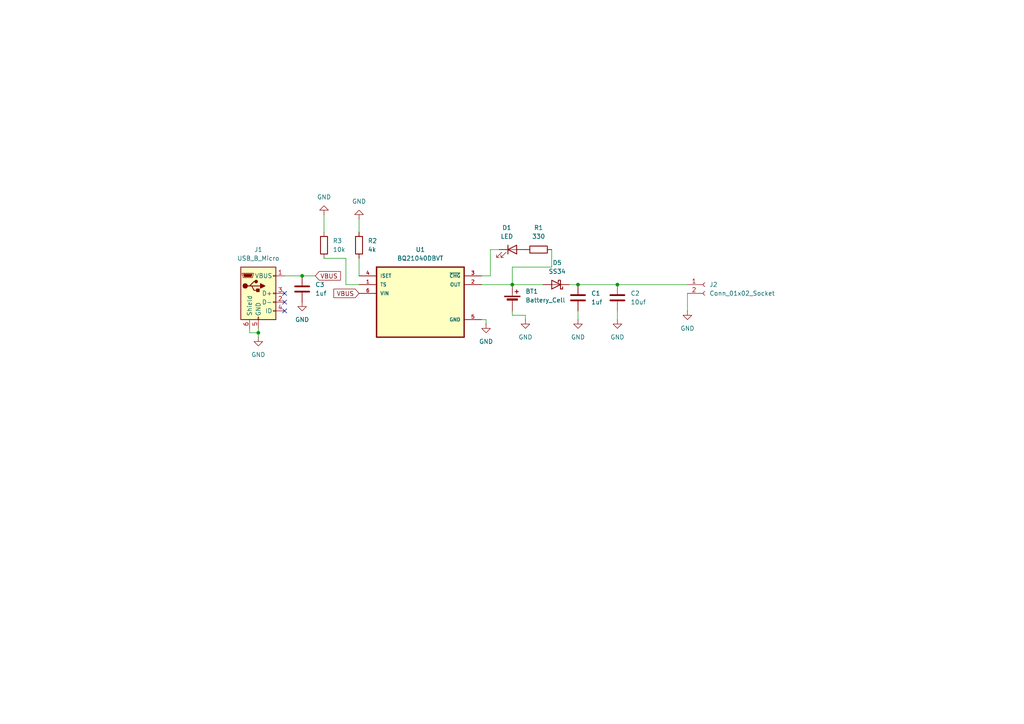
<source format=kicad_sch>
(kicad_sch (version 20250114) (generator "eeschema") (generator_version "9.0")
  (paper "A4")
  (lib_symbols
    (symbol "BQ21040DBVT:BQ21040DBVT" (pin_names (offset 1.016))
      (property "Reference" "U" (at -12.7 11.16 0))
      (property "Value" "BQ21040DBVT" (at -12.7 -14.16 0))
      (symbol "BQ21040DBVT_0_0"
        (rectangle (start -12.7 -10.16) (end 12.7 10.16) (stroke (width 0.41)) (fill (type background)))
        (pin input line (at -17.78 7.62 0) (length 5.08) (name "ISET") (number "4"))
        (pin input line (at -17.78 5.08 0) (length 5.08) (name "TS") (number "1"))
        (pin input line (at -17.78 2.54 0) (length 5.08) (name "VIN") (number "6"))
        (pin output line (at 17.78 7.62 180) (length 5.08) (name "~{CHG}") (number "3"))
        (pin output line (at 17.78 5.08 180) (length 5.08) (name "OUT") (number "2"))
        (pin power_in line (at 17.78 -5.08 180) (length 5.08) (name "GND") (number "5"))
      )
    )
    (symbol "Connector:Conn_01x02_Socket" (pin_names (offset 1.016) (hide yes))
      (property "Reference" "J" (at 0 2.54 0))
      (property "Value" "Conn_01x02_Socket" (at 0 -5.08 0))
      (symbol "Conn_01x02_Socket_1_1"
        (polyline (pts (xy -1.27 0) (xy -0.508 0)) (stroke (width 0.1524)))
        (polyline (pts (xy -1.27 -2.54) (xy -0.508 -2.54)) (stroke (width 0.1524)))
        (arc (start 0 -0.508) (mid -0.5058 0) (end 0 0.508) (stroke (width 0.1524)))
        (arc (start 0 -3.048) (mid -0.5058 -2.54) (end 0 -2.032) (stroke (width 0.1524)))
        (pin passive line (at -5.08 0 0) (length 3.81) (name "Pin_1") (number "1"))
        (pin passive line (at -5.08 -2.54 0) (length 3.81) (name "Pin_2") (number "2"))
      )
    )
    (symbol "Connector:USB_B_Micro" (pin_names (offset 1.016))
      (property "Reference" "J" (at -5.08 11.43 0))
      (property "Value" "USB_B_Micro" (at -5.08 8.89 0))
      (symbol "USB_B_Micro_0_1"
        (rectangle (start -5.08 -7.62) (end 5.08 7.62) (stroke (width 0.254)) (fill (type background)))
        (polyline (pts (xy -4.699 5.842) (xy -4.699 5.588) (xy -4.445 4.826) (xy -4.445 4.572) (xy -1.651 4.572) (xy -1.651 4.826) (xy -1.397 5.588) (xy -1.397 5.842) (xy -4.699 5.842)))
        (polyline (pts (xy -4.318 5.588) (xy -1.778 5.588) (xy -2.032 4.826) (xy -4.064 4.826) (xy -4.318 5.588)) (fill (type outline)))
        (circle (center -3.81 2.159) (radius 0.635) (stroke (width 0.254)) (fill (type outline)))
        (polyline (pts (xy -3.175 2.159) (xy -2.54 2.159) (xy -1.27 3.429) (xy -0.635 3.429)) (stroke (width 0.254)))
        (polyline (pts (xy -2.54 2.159) (xy -1.905 2.159) (xy -1.27 0.889) (xy 0 0.889)) (stroke (width 0.254)))
        (polyline (pts (xy -1.905 2.159) (xy 0.635 2.159)) (stroke (width 0.254)))
        (circle (center -0.635 3.429) (radius 0.381) (stroke (width 0.254)) (fill (type outline)))
        (rectangle (start -0.127 -7.62) (end 0.127 -6.858))
        (rectangle (start 0.254 1.27) (end -0.508 0.508) (stroke (width 0.254)) (fill (type outline)))
        (polyline (pts (xy 0.635 2.794) (xy 0.635 1.524) (xy 1.905 2.159) (xy 0.635 2.794)) (stroke (width 0.254)) (fill (type outline)))
        (rectangle (start 5.08 4.953) (end 4.318 5.207))
        (rectangle (start 5.08 -0.127) (end 4.318 0.127))
        (rectangle (start 5.08 -2.667) (end 4.318 -2.413))
        (rectangle (start 5.08 -5.207) (end 4.318 -4.953))
      )
      (symbol "USB_B_Micro_1_1"
        (pin passive line (at -2.54 -10.16 90) (length 2.54) (name "Shield") (number "6"))
        (pin power_out line (at 0 -10.16 90) (length 2.54) (name "GND") (number "5"))
        (pin power_out line (at 7.62 5.08 180) (length 2.54) (name "VBUS") (number "1"))
        (pin bidirectional line (at 7.62 0 180) (length 2.54) (name "D+") (number "3"))
        (pin bidirectional line (at 7.62 -2.54 180) (length 2.54) (name "D-") (number "2"))
        (pin passive line (at 7.62 -5.08 180) (length 2.54) (name "ID") (number "4"))
      )
    )
    (symbol "Device:Battery_Cell" (pin_numbers (hide yes)) (pin_names (offset 0) (hide yes))
      (property "Reference" "BT" (at 2.54 2.54 0))
      (property "Value" "Battery_Cell" (at 2.54 0 0))
      (symbol "Battery_Cell_0_1"
        (rectangle (start -2.286 1.778) (end 2.286 1.524) (fill (type outline)))
        (rectangle (start -1.524 1.016) (end 1.524 0.508) (fill (type outline)))
        (polyline (pts (xy 0 1.778) (xy 0 2.54)))
        (polyline (pts (xy 0 0.762) (xy 0 0)))
        (polyline (pts (xy 0.762 3.048) (xy 1.778 3.048)) (stroke (width 0.254)))
        (polyline (pts (xy 1.27 3.556) (xy 1.27 2.54)) (stroke (width 0.254)))
      )
      (symbol "Battery_Cell_1_1"
        (pin passive line (at 0 5.08 270) (length 2.54) (name "+") (number "1"))
        (pin passive line (at 0 -2.54 90) (length 2.54) (name "-") (number "2"))
      )
    )
    (symbol "Device:C" (pin_numbers (hide yes)) (pin_names (offset 0.254))
      (property "Reference" "C" (at 0.635 2.54 0))
      (property "Value" "C" (at 0.635 -2.54 0))
      (symbol "C_0_1"
        (polyline (pts (xy -2.032 0.762) (xy 2.032 0.762)) (stroke (width 0.508)))
        (polyline (pts (xy -2.032 -0.762) (xy 2.032 -0.762)) (stroke (width 0.508)))
      )
      (symbol "C_1_1"
        (pin passive line (at 0 3.81 270) (length 2.794) (name "~") (number "1"))
        (pin passive line (at 0 -3.81 90) (length 2.794) (name "~") (number "2"))
      )
    )
    (symbol "Device:LED" (pin_numbers (hide yes)) (pin_names (offset 1.016) (hide yes))
      (property "Reference" "D" (at 0 2.54 0))
      (property "Value" "LED" (at 0 -2.54 0))
      (symbol "LED_0_1"
        (polyline (pts (xy -3.048 -0.762) (xy -4.572 -2.286) (xy -3.81 -2.286) (xy -4.572 -2.286) (xy -4.572 -1.524)))
        (polyline (pts (xy -1.778 -0.762) (xy -3.302 -2.286) (xy -2.54 -2.286) (xy -3.302 -2.286) (xy -3.302 -1.524)))
        (polyline (pts (xy -1.27 0) (xy 1.27 0)))
        (polyline (pts (xy -1.27 -1.27) (xy -1.27 1.27)) (stroke (width 0.254)))
        (polyline (pts (xy 1.27 -1.27) (xy 1.27 1.27) (xy -1.27 0) (xy 1.27 -1.27)) (stroke (width 0.254)))
      )
      (symbol "LED_1_1"
        (pin passive line (at -3.81 0 0) (length 2.54) (name "K") (number "1"))
        (pin passive line (at 3.81 0 180) (length 2.54) (name "A") (number "2"))
      )
    )
    (symbol "Device:R" (pin_numbers (hide yes)) (pin_names (offset 0))
      (property "Reference" "R" (at 2.032 0 90))
      (property "Value" "R" (at 0 0 90))
      (symbol "R_0_1"
        (rectangle (start -1.016 -2.54) (end 1.016 2.54) (stroke (width 0.254)))
      )
      (symbol "R_1_1"
        (pin passive line (at 0 3.81 270) (length 1.27) (name "~") (number "1"))
        (pin passive line (at 0 -3.81 90) (length 1.27) (name "~") (number "2"))
      )
    )
    (symbol "Diode:SS34" (pin_numbers (hide yes)) (pin_names (offset 1.016) (hide yes))
      (property "Reference" "D" (at 0 2.54 0))
      (property "Value" "SS34" (at 0 -2.54 0))
      (symbol "SS34_0_1"
        (polyline (pts (xy -1.905 0.635) (xy -1.905 1.27) (xy -1.27 1.27) (xy -1.27 -1.27) (xy -0.635 -1.27) (xy -0.635 -0.635)) (stroke (width 0.254)))
        (polyline (pts (xy 1.27 1.27) (xy 1.27 -1.27) (xy -1.27 0) (xy 1.27 1.27)) (stroke (width 0.254)))
        (polyline (pts (xy 1.27 0) (xy -1.27 0)))
      )
      (symbol "SS34_1_1"
        (pin passive line (at -3.81 0 0) (length 2.54) (name "K") (number "1"))
        (pin passive line (at 3.81 0 180) (length 2.54) (name "A") (number "2"))
      )
    )
    (symbol "power:GND" (power) (pin_numbers (hide yes)) (pin_names (offset 0) (hide yes))
      (property "Value" "GND" (at 0 -3.81 0))
      (symbol "GND_0_1"
        (polyline (pts (xy 0 0) (xy 0 -1.27) (xy 1.27 -1.27) (xy 0 -2.54) (xy -1.27 -1.27) (xy 0 -1.27)))
      )
      (symbol "GND_1_1"
        (pin power_in line (at 0 0 270) (length 0) (name "~") (number "1"))
      )
    )
  )
  (junction (at 167.64 82.55))
  (junction (at 148.59 82.55))
  (junction (at 74.93 96.52))
  (junction (at 179.07 82.55))
  (junction (at 87.63 80.01))
  (no_connect (at 82.55 87.63))
  (no_connect (at 82.55 90.17))
  (no_connect (at 82.55 85.09))
  (wire (pts (xy 148.59 82.55) (xy 148.59 77.47)))
  (wire (pts (xy 160.02 77.47) (xy 160.02 72.39)))
  (wire (pts (xy 148.59 77.47) (xy 160.02 77.47)))
  (wire (pts (xy 104.14 82.55) (xy 100.33 82.55)))
  (wire (pts (xy 72.39 95.25) (xy 72.39 96.52)))
  (wire (pts (xy 139.7 82.55) (xy 148.59 82.55)))
  (wire (pts (xy 72.39 96.52) (xy 74.93 96.52)))
  (wire (pts (xy 148.59 91.44) (xy 148.59 90.17)))
  (wire (pts (xy 100.33 82.55) (xy 100.33 74.93)))
  (wire (pts (xy 148.59 82.55) (xy 157.48 82.55)))
  (wire (pts (xy 142.24 72.39) (xy 142.24 80.01)))
  (wire (pts (xy 152.4 91.44) (xy 148.59 91.44)))
  (wire (pts (xy 100.33 74.93) (xy 93.98 74.93)))
  (wire (pts (xy 142.24 80.01) (xy 139.7 80.01)))
  (wire (pts (xy 93.98 62.23) (xy 93.98 67.31)))
  (wire (pts (xy 179.07 90.17) (xy 179.07 92.71)))
  (wire (pts (xy 167.64 82.55) (xy 179.07 82.55)))
  (wire (pts (xy 165.1 82.55) (xy 167.64 82.55)))
  (wire (pts (xy 104.14 74.93) (xy 104.14 80.01)))
  (wire (pts (xy 87.63 80.01) (xy 82.55 80.01)))
  (wire (pts (xy 74.93 96.52) (xy 74.93 95.25)))
  (wire (pts (xy 91.44 80.01) (xy 87.63 80.01)))
  (wire (pts (xy 199.39 90.17) (xy 199.39 85.09)))
  (wire (pts (xy 179.07 82.55) (xy 199.39 82.55)))
  (wire (pts (xy 140.97 93.98) (xy 140.97 92.71)))
  (wire (pts (xy 140.97 92.71) (xy 139.7 92.71)))
  (wire (pts (xy 167.64 92.71) (xy 167.64 90.17)))
  (wire (pts (xy 152.4 92.71) (xy 152.4 91.44)))
  (wire (pts (xy 74.93 97.79) (xy 74.93 96.52)))
  (wire (pts (xy 104.14 63.5) (xy 104.14 67.31)))
  (wire (pts (xy 144.78 72.39) (xy 142.24 72.39)))
  (global_label "VBUS" (shape input) (at 104.14 85.09 180) (property "Intersheetrefs" "${INTERSHEET_REFS}" (effects (hide yes))))
  (global_label "VBUS" (shape input) (at 91.44 80.01 0) (property "Intersheetrefs" "${INTERSHEET_REFS}" (effects (hide yes))))
  (symbol (lib_id "Device:R") (at 156.21 72.39 90) (unit 1)
    (property "Reference" "R1" (at 156.21 66.04 90))
    (property "Value" "330" (at 156.21 68.58 90))
    (property "Footprint" "Resistor_SMD:R_0603_1608Metric" (effects (hide yes)))
    (property "Description" "Resistor" (effects (hide yes)))
  )
  (symbol (lib_id "Connector:USB_B_Micro") (at 74.93 85.09 0) (unit 1)
    (property "Reference" "J1" (at 74.93 72.39 0))
    (property "Value" "USB_B_Micro" (at 74.93 74.93 0))
    (property "Footprint" "Connector_USB:USB_Micro-B_Amphenol_10103594-0001LF_Horizontal" (effects (hide yes)))
    (property "Description" "USB Micro Type B connector" (effects (hide yes)))
  )
  (symbol (lib_id "power:GND") (at 199.39 90.17 0) (unit 1)
    (property "Reference" "#PWR07" (effects (hide yes)))
    (property "Value" "GND" (at 199.39 95.25 0))
    (property "Description" "Power symbol creates a global label with name \"GND\" , ground" (effects (hide yes)))
  )
  (symbol (lib_id "power:GND") (at 93.98 62.23 180) (unit 1)
    (property "Reference" "#PWR010" (effects (hide yes)))
    (property "Value" "GND" (at 93.98 57.15 0))
    (property "Description" "Power symbol creates a global label with name \"GND\" , ground" (effects (hide yes)))
  )
  (symbol (lib_id "BQ21040DBVT:BQ21040DBVT") (at 121.92 87.63 0) (unit 1)
    (property "Reference" "U1" (at 121.92 72.39 0))
    (property "Value" "BQ21040DBVT" (at 121.92 74.93 0))
    (property "Footprint" "BQ21040DBVT:SOT95P280X145-6N" (effects (hide yes)))
  )
  (symbol (lib_id "Device:Battery_Cell") (at 148.59 87.63 0) (unit 1)
    (property "Reference" "BT1" (at 152.4 84.5184 0) (effects (justify left)))
    (property "Value" "Battery_Cell" (at 152.4 87.0584 0) (effects (justify left)))
    (property "Footprint" "Connector_PinHeader_2.54mm:PinHeader_1x02_P2.54mm_Vertical" (effects (hide yes)))
    (property "Description" "Single-cell battery" (effects (hide yes)))
  )
  (symbol (lib_id "power:GND") (at 104.14 63.5 180) (unit 1)
    (property "Reference" "#PWR09" (effects (hide yes)))
    (property "Value" "GND" (at 104.14 58.42 0))
    (property "Description" "Power symbol creates a global label with name \"GND\" , ground" (effects (hide yes)))
  )
  (symbol (lib_id "Diode:SS34") (at 161.29 82.55 180) (unit 1)
    (property "Reference" "D5" (at 161.6075 76.2 0))
    (property "Value" "SS34" (at 161.6075 78.74 0))
    (property "Footprint" "Diode_SMD:D_SMA" (effects (hide yes)))
    (property "Datasheet" "https://www.vishay.com/docs/88751/ss32.pdf" (effects (hide yes)))
    (property "Description" "40V 3A Schottky Diode, SMA" (effects (hide yes)))
  )
  (symbol (lib_id "Device:R") (at 104.14 71.12 180) (unit 1)
    (property "Reference" "R2" (at 106.68 69.8499 0) (effects (justify right)))
    (property "Value" "4k" (at 106.68 72.3899 0) (effects (justify right)))
    (property "Footprint" "Resistor_SMD:R_0603_1608Metric" (effects (hide yes)))
    (property "Description" "Resistor" (effects (hide yes)))
  )
  (symbol (lib_id "power:GND") (at 179.07 92.71 0) (unit 1)
    (property "Reference" "#PWR06" (effects (hide yes)))
    (property "Value" "GND" (at 179.07 97.79 0))
    (property "Description" "Power symbol creates a global label with name \"GND\" , ground" (effects (hide yes)))
  )
  (symbol (lib_id "Device:C") (at 179.07 86.36 0) (unit 1)
    (property "Reference" "C2" (at 182.88 85.0899 0) (effects (justify left)))
    (property "Value" "10uf" (at 182.88 87.6299 0) (effects (justify left)))
    (property "Footprint" "Capacitor_SMD:C_0805_2012Metric" (effects (hide yes)))
    (property "Description" "Unpolarized capacitor" (effects (hide yes)))
  )
  (symbol (lib_id "power:GND") (at 167.64 92.71 0) (unit 1)
    (property "Reference" "#PWR05" (effects (hide yes)))
    (property "Value" "GND" (at 167.64 97.79 0))
    (property "Description" "Power symbol creates a global label with name \"GND\" , ground" (effects (hide yes)))
  )
  (symbol (lib_id "Device:LED") (at 148.59 72.39 0) (unit 1)
    (property "Reference" "D1" (at 147.0025 66.04 0))
    (property "Value" "LED" (at 147.0025 68.58 0))
    (property "Footprint" "Inductor_SMD:L_1206_3216Metric" (effects (hide yes)))
    (property "Description" "Light emitting diode" (effects (hide yes)))
    (property "Sim.Pins" "1=K 2=A" (effects (hide yes)))
  )
  (symbol (lib_id "Connector:Conn_01x02_Socket") (at 204.47 82.55 0) (unit 1)
    (property "Reference" "J2" (at 205.74 82.5499 0) (effects (justify left)))
    (property "Value" "Conn_01x02_Socket" (at 205.74 85.0899 0) (effects (justify left)))
    (property "Footprint" "Connector_PinHeader_2.54mm:PinHeader_1x02_P2.54mm_Vertical" (effects (hide yes)))
    (property "Description" "Generic connector, single row, 01x02, script generated" (effects (hide yes)))
  )
  (symbol (lib_id "power:GND") (at 74.93 97.79 0) (unit 1)
    (property "Reference" "#PWR02" (effects (hide yes)))
    (property "Value" "GND" (at 74.93 102.87 0))
    (property "Description" "Power symbol creates a global label with name \"GND\" , ground" (effects (hide yes)))
  )
  (symbol (lib_id "power:GND") (at 87.63 87.63 0) (unit 1)
    (property "Reference" "#PWR08" (effects (hide yes)))
    (property "Value" "GND" (at 87.63 92.71 0))
    (property "Description" "Power symbol creates a global label with name \"GND\" , ground" (effects (hide yes)))
  )
  (symbol (lib_id "Device:C") (at 167.64 86.36 0) (unit 1)
    (property "Reference" "C1" (at 171.45 85.0899 0) (effects (justify left)))
    (property "Value" "1uf" (at 171.45 87.6299 0) (effects (justify left)))
    (property "Footprint" "Capacitor_SMD:C_0603_1608Metric" (effects (hide yes)))
    (property "Description" "Unpolarized capacitor" (effects (hide yes)))
  )
  (symbol (lib_id "power:GND") (at 140.97 93.98 0) (unit 1)
    (property "Reference" "#PWR04" (effects (hide yes)))
    (property "Value" "GND" (at 140.97 99.06 0))
    (property "Description" "Power symbol creates a global label with name \"GND\" , ground" (effects (hide yes)))
  )
  (symbol (lib_id "power:GND") (at 152.4 92.71 0) (unit 1)
    (property "Reference" "#PWR01" (effects (hide yes)))
    (property "Value" "GND" (at 152.4 97.79 0))
    (property "Description" "Power symbol creates a global label with name \"GND\" , ground" (effects (hide yes)))
  )
  (symbol (lib_id "Device:R") (at 93.98 71.12 180) (unit 1)
    (property "Reference" "R3" (at 96.52 69.8499 0) (effects (justify right)))
    (property "Value" "10k" (at 96.52 72.3899 0) (effects (justify right)))
    (property "Footprint" "Resistor_SMD:R_0603_1608Metric" (effects (hide yes)))
    (property "Description" "Resistor" (effects (hide yes)))
  )
  (symbol (lib_id "Device:C") (at 87.63 83.82 0) (unit 1)
    (property "Reference" "C3" (at 91.44 82.5499 0) (effects (justify left)))
    (property "Value" "1uf" (at 91.44 85.0899 0) (effects (justify left)))
    (property "Footprint" "Capacitor_SMD:C_0603_1608Metric" (effects (hide yes)))
    (property "Description" "Unpolarized capacitor" (effects (hide yes)))
  )
)
</source>
